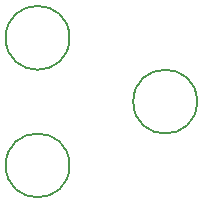
<source format=gbr>
%TF.GenerationSoftware,KiCad,Pcbnew,(6.0.0-0)*%
%TF.CreationDate,2022-09-17T09:57:17-07:00*%
%TF.ProjectId,Untitled,556e7469-746c-4656-942e-6b696361645f,rev?*%
%TF.SameCoordinates,Original*%
%TF.FileFunction,Other,Comment*%
%FSLAX46Y46*%
G04 Gerber Fmt 4.6, Leading zero omitted, Abs format (unit mm)*
G04 Created by KiCad (PCBNEW (6.0.0-0)) date 2022-09-17 09:57:17*
%MOMM*%
%LPD*%
G01*
G04 APERTURE LIST*
%ADD10C,0.150000*%
G04 APERTURE END LIST*
D10*
%TO.C,H6*%
X100406000Y-62000000D02*
G75*
G03*
X100406000Y-62000000I-2700000J0D01*
G01*
%TO.C,H5*%
X100406000Y-72800000D02*
G75*
G03*
X100406000Y-72800000I-2700000J0D01*
G01*
%TO.C,H4*%
X111206000Y-67400000D02*
G75*
G03*
X111206000Y-67400000I-2700000J0D01*
G01*
%TD*%
M02*

</source>
